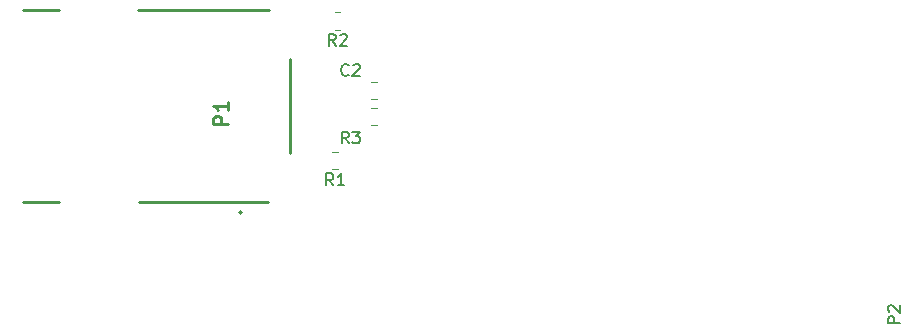
<source format=gbr>
%TF.GenerationSoftware,KiCad,Pcbnew,7.0.2*%
%TF.CreationDate,2024-05-19T00:21:07+02:00*%
%TF.ProjectId,dsoxlan,64736f78-6c61-46e2-9e6b-696361645f70,rev?*%
%TF.SameCoordinates,Original*%
%TF.FileFunction,Legend,Top*%
%TF.FilePolarity,Positive*%
%FSLAX46Y46*%
G04 Gerber Fmt 4.6, Leading zero omitted, Abs format (unit mm)*
G04 Created by KiCad (PCBNEW 7.0.2) date 2024-05-19 00:21:07*
%MOMM*%
%LPD*%
G01*
G04 APERTURE LIST*
%ADD10C,0.150000*%
%ADD11C,0.254000*%
%ADD12C,0.120000*%
G04 APERTURE END LIST*
D10*
%TO.C,C2*%
X140733333Y-78667380D02*
X140685714Y-78715000D01*
X140685714Y-78715000D02*
X140542857Y-78762619D01*
X140542857Y-78762619D02*
X140447619Y-78762619D01*
X140447619Y-78762619D02*
X140304762Y-78715000D01*
X140304762Y-78715000D02*
X140209524Y-78619761D01*
X140209524Y-78619761D02*
X140161905Y-78524523D01*
X140161905Y-78524523D02*
X140114286Y-78334047D01*
X140114286Y-78334047D02*
X140114286Y-78191190D01*
X140114286Y-78191190D02*
X140161905Y-78000714D01*
X140161905Y-78000714D02*
X140209524Y-77905476D01*
X140209524Y-77905476D02*
X140304762Y-77810238D01*
X140304762Y-77810238D02*
X140447619Y-77762619D01*
X140447619Y-77762619D02*
X140542857Y-77762619D01*
X140542857Y-77762619D02*
X140685714Y-77810238D01*
X140685714Y-77810238D02*
X140733333Y-77857857D01*
X141114286Y-77857857D02*
X141161905Y-77810238D01*
X141161905Y-77810238D02*
X141257143Y-77762619D01*
X141257143Y-77762619D02*
X141495238Y-77762619D01*
X141495238Y-77762619D02*
X141590476Y-77810238D01*
X141590476Y-77810238D02*
X141638095Y-77857857D01*
X141638095Y-77857857D02*
X141685714Y-77953095D01*
X141685714Y-77953095D02*
X141685714Y-78048333D01*
X141685714Y-78048333D02*
X141638095Y-78191190D01*
X141638095Y-78191190D02*
X141066667Y-78762619D01*
X141066667Y-78762619D02*
X141685714Y-78762619D01*
%TO.C,P2*%
X187416619Y-99688094D02*
X186416619Y-99688094D01*
X186416619Y-99688094D02*
X186416619Y-99307142D01*
X186416619Y-99307142D02*
X186464238Y-99211904D01*
X186464238Y-99211904D02*
X186511857Y-99164285D01*
X186511857Y-99164285D02*
X186607095Y-99116666D01*
X186607095Y-99116666D02*
X186749952Y-99116666D01*
X186749952Y-99116666D02*
X186845190Y-99164285D01*
X186845190Y-99164285D02*
X186892809Y-99211904D01*
X186892809Y-99211904D02*
X186940428Y-99307142D01*
X186940428Y-99307142D02*
X186940428Y-99688094D01*
X186511857Y-98735713D02*
X186464238Y-98688094D01*
X186464238Y-98688094D02*
X186416619Y-98592856D01*
X186416619Y-98592856D02*
X186416619Y-98354761D01*
X186416619Y-98354761D02*
X186464238Y-98259523D01*
X186464238Y-98259523D02*
X186511857Y-98211904D01*
X186511857Y-98211904D02*
X186607095Y-98164285D01*
X186607095Y-98164285D02*
X186702333Y-98164285D01*
X186702333Y-98164285D02*
X186845190Y-98211904D01*
X186845190Y-98211904D02*
X187416619Y-98783332D01*
X187416619Y-98783332D02*
X187416619Y-98164285D01*
%TO.C,R1*%
X139433333Y-88012619D02*
X139100000Y-87536428D01*
X138861905Y-88012619D02*
X138861905Y-87012619D01*
X138861905Y-87012619D02*
X139242857Y-87012619D01*
X139242857Y-87012619D02*
X139338095Y-87060238D01*
X139338095Y-87060238D02*
X139385714Y-87107857D01*
X139385714Y-87107857D02*
X139433333Y-87203095D01*
X139433333Y-87203095D02*
X139433333Y-87345952D01*
X139433333Y-87345952D02*
X139385714Y-87441190D01*
X139385714Y-87441190D02*
X139338095Y-87488809D01*
X139338095Y-87488809D02*
X139242857Y-87536428D01*
X139242857Y-87536428D02*
X138861905Y-87536428D01*
X140385714Y-88012619D02*
X139814286Y-88012619D01*
X140100000Y-88012619D02*
X140100000Y-87012619D01*
X140100000Y-87012619D02*
X140004762Y-87155476D01*
X140004762Y-87155476D02*
X139909524Y-87250714D01*
X139909524Y-87250714D02*
X139814286Y-87298333D01*
%TO.C,R2*%
X139633333Y-76212619D02*
X139300000Y-75736428D01*
X139061905Y-76212619D02*
X139061905Y-75212619D01*
X139061905Y-75212619D02*
X139442857Y-75212619D01*
X139442857Y-75212619D02*
X139538095Y-75260238D01*
X139538095Y-75260238D02*
X139585714Y-75307857D01*
X139585714Y-75307857D02*
X139633333Y-75403095D01*
X139633333Y-75403095D02*
X139633333Y-75545952D01*
X139633333Y-75545952D02*
X139585714Y-75641190D01*
X139585714Y-75641190D02*
X139538095Y-75688809D01*
X139538095Y-75688809D02*
X139442857Y-75736428D01*
X139442857Y-75736428D02*
X139061905Y-75736428D01*
X140014286Y-75307857D02*
X140061905Y-75260238D01*
X140061905Y-75260238D02*
X140157143Y-75212619D01*
X140157143Y-75212619D02*
X140395238Y-75212619D01*
X140395238Y-75212619D02*
X140490476Y-75260238D01*
X140490476Y-75260238D02*
X140538095Y-75307857D01*
X140538095Y-75307857D02*
X140585714Y-75403095D01*
X140585714Y-75403095D02*
X140585714Y-75498333D01*
X140585714Y-75498333D02*
X140538095Y-75641190D01*
X140538095Y-75641190D02*
X139966667Y-76212619D01*
X139966667Y-76212619D02*
X140585714Y-76212619D01*
%TO.C,R3*%
X140733333Y-84462619D02*
X140400000Y-83986428D01*
X140161905Y-84462619D02*
X140161905Y-83462619D01*
X140161905Y-83462619D02*
X140542857Y-83462619D01*
X140542857Y-83462619D02*
X140638095Y-83510238D01*
X140638095Y-83510238D02*
X140685714Y-83557857D01*
X140685714Y-83557857D02*
X140733333Y-83653095D01*
X140733333Y-83653095D02*
X140733333Y-83795952D01*
X140733333Y-83795952D02*
X140685714Y-83891190D01*
X140685714Y-83891190D02*
X140638095Y-83938809D01*
X140638095Y-83938809D02*
X140542857Y-83986428D01*
X140542857Y-83986428D02*
X140161905Y-83986428D01*
X141066667Y-83462619D02*
X141685714Y-83462619D01*
X141685714Y-83462619D02*
X141352381Y-83843571D01*
X141352381Y-83843571D02*
X141495238Y-83843571D01*
X141495238Y-83843571D02*
X141590476Y-83891190D01*
X141590476Y-83891190D02*
X141638095Y-83938809D01*
X141638095Y-83938809D02*
X141685714Y-84034047D01*
X141685714Y-84034047D02*
X141685714Y-84272142D01*
X141685714Y-84272142D02*
X141638095Y-84367380D01*
X141638095Y-84367380D02*
X141590476Y-84415000D01*
X141590476Y-84415000D02*
X141495238Y-84462619D01*
X141495238Y-84462619D02*
X141209524Y-84462619D01*
X141209524Y-84462619D02*
X141114286Y-84415000D01*
X141114286Y-84415000D02*
X141066667Y-84367380D01*
D11*
%TO.C,P1*%
X130562526Y-82857381D02*
X129292526Y-82857381D01*
X129292526Y-82857381D02*
X129292526Y-82373571D01*
X129292526Y-82373571D02*
X129353002Y-82252619D01*
X129353002Y-82252619D02*
X129413478Y-82192142D01*
X129413478Y-82192142D02*
X129534430Y-82131666D01*
X129534430Y-82131666D02*
X129715859Y-82131666D01*
X129715859Y-82131666D02*
X129836811Y-82192142D01*
X129836811Y-82192142D02*
X129897288Y-82252619D01*
X129897288Y-82252619D02*
X129957764Y-82373571D01*
X129957764Y-82373571D02*
X129957764Y-82857381D01*
X130562526Y-80922142D02*
X130562526Y-81647857D01*
X130562526Y-81285000D02*
X129292526Y-81285000D01*
X129292526Y-81285000D02*
X129473954Y-81405952D01*
X129473954Y-81405952D02*
X129594907Y-81526904D01*
X129594907Y-81526904D02*
X129655383Y-81647857D01*
D12*
%TO.C,C2*%
X143136252Y-80745000D02*
X142613748Y-80745000D01*
X143136252Y-79275000D02*
X142613748Y-79275000D01*
%TO.C,R1*%
X139827064Y-86635000D02*
X139372936Y-86635000D01*
X139827064Y-85165000D02*
X139372936Y-85165000D01*
%TO.C,R2*%
X140027064Y-74835000D02*
X139572936Y-74835000D01*
X140027064Y-73365000D02*
X139572936Y-73365000D01*
%TO.C,R3*%
X143102064Y-82935000D02*
X142647936Y-82935000D01*
X143102064Y-81465000D02*
X142647936Y-81465000D01*
D11*
%TO.C,P1*%
X113210000Y-89440000D02*
X116226000Y-89440000D01*
X122963000Y-89440000D02*
X133923000Y-89440000D01*
X135740000Y-85241000D02*
X135740000Y-77326000D01*
X113210000Y-73130000D02*
X116191000Y-73130000D01*
X122928000Y-73130000D02*
X133957000Y-73130000D01*
X131658000Y-90310000D02*
G75*
G03*
X131658000Y-90310000I-67000J0D01*
G01*
%TD*%
M02*

</source>
